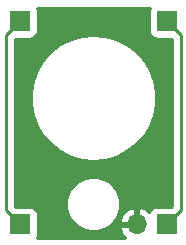
<source format=gbr>
%TF.GenerationSoftware,KiCad,Pcbnew,(5.1.6)-1*%
%TF.CreationDate,2020-07-27T22:26:38+01:00*%
%TF.ProjectId,enc-led,656e632d-6c65-4642-9e6b-696361645f70,rev?*%
%TF.SameCoordinates,Original*%
%TF.FileFunction,Copper,L2,Bot*%
%TF.FilePolarity,Positive*%
%FSLAX46Y46*%
G04 Gerber Fmt 4.6, Leading zero omitted, Abs format (unit mm)*
G04 Created by KiCad (PCBNEW (5.1.6)-1) date 2020-07-27 22:26:38*
%MOMM*%
%LPD*%
G01*
G04 APERTURE LIST*
%TA.AperFunction,ComponentPad*%
%ADD10R,1.700000X1.700000*%
%TD*%
%TA.AperFunction,ComponentPad*%
%ADD11O,1.700000X1.700000*%
%TD*%
%TA.AperFunction,Conductor*%
%ADD12C,0.250000*%
%TD*%
%TA.AperFunction,Conductor*%
%ADD13C,0.254000*%
%TD*%
G04 APERTURE END LIST*
D10*
%TO.P,J2,1*%
%TO.N,+5V*%
X21800000Y-39000000D03*
%TD*%
D11*
%TO.P,J1,2*%
%TO.N,GND*%
X31660000Y-39000000D03*
D10*
%TO.P,J1,1*%
%TO.N,+5V*%
X34200000Y-39000000D03*
%TD*%
%TO.P,J3,1*%
%TO.N,+5V*%
X34200000Y-21800000D03*
%TD*%
%TO.P,J4,1*%
%TO.N,+5V*%
X21800000Y-21800000D03*
%TD*%
D12*
%TO.N,+5V*%
X34200000Y-21840000D02*
X34240000Y-21800000D01*
X34240000Y-21800000D02*
X34240000Y-21840000D01*
X34200000Y-39000000D02*
X35400000Y-37800000D01*
X35400000Y-22960000D02*
X34240000Y-21800000D01*
X35400000Y-37800000D02*
X35400000Y-22960000D01*
X21800000Y-39000000D02*
X20600000Y-37800000D01*
X20600000Y-23000000D02*
X21800000Y-21800000D01*
X20600000Y-37800000D02*
X20600000Y-23000000D01*
%TD*%
D13*
%TO.N,GND*%
G36*
X32760498Y-20705820D02*
G01*
X32724188Y-20825518D01*
X32711928Y-20950000D01*
X32711928Y-22650000D01*
X32724188Y-22774482D01*
X32760498Y-22894180D01*
X32819463Y-23004494D01*
X32898815Y-23101185D01*
X32995506Y-23180537D01*
X33105820Y-23239502D01*
X33225518Y-23275812D01*
X33350000Y-23288072D01*
X34640001Y-23288072D01*
X34640000Y-37485198D01*
X34613270Y-37511928D01*
X33350000Y-37511928D01*
X33225518Y-37524188D01*
X33105820Y-37560498D01*
X32995506Y-37619463D01*
X32898815Y-37698815D01*
X32819463Y-37795506D01*
X32760498Y-37905820D01*
X32736034Y-37986466D01*
X32660269Y-37902412D01*
X32426920Y-37728359D01*
X32164099Y-37603175D01*
X32016890Y-37558524D01*
X31787000Y-37679845D01*
X31787000Y-38873000D01*
X31807000Y-38873000D01*
X31807000Y-39127000D01*
X31787000Y-39127000D01*
X31787000Y-39147000D01*
X31533000Y-39147000D01*
X31533000Y-39127000D01*
X30339186Y-39127000D01*
X30218519Y-39356891D01*
X30315843Y-39631252D01*
X30464822Y-39881355D01*
X30659731Y-40097588D01*
X30716592Y-40140000D01*
X23215010Y-40140000D01*
X23239502Y-40094180D01*
X23275812Y-39974482D01*
X23288072Y-39850000D01*
X23288072Y-38150000D01*
X23275812Y-38025518D01*
X23239502Y-37905820D01*
X23180537Y-37795506D01*
X23101185Y-37698815D01*
X23004494Y-37619463D01*
X22894180Y-37560498D01*
X22774482Y-37524188D01*
X22650000Y-37511928D01*
X21386729Y-37511928D01*
X21360000Y-37485199D01*
X21360000Y-37074947D01*
X25715000Y-37074947D01*
X25715000Y-37525053D01*
X25802811Y-37966510D01*
X25975059Y-38382353D01*
X26225125Y-38756603D01*
X26543397Y-39074875D01*
X26917647Y-39324941D01*
X27333490Y-39497189D01*
X27774947Y-39585000D01*
X28225053Y-39585000D01*
X28666510Y-39497189D01*
X29082353Y-39324941D01*
X29456603Y-39074875D01*
X29774875Y-38756603D01*
X29850709Y-38643109D01*
X30218519Y-38643109D01*
X30339186Y-38873000D01*
X31533000Y-38873000D01*
X31533000Y-37679845D01*
X31303110Y-37558524D01*
X31155901Y-37603175D01*
X30893080Y-37728359D01*
X30659731Y-37902412D01*
X30464822Y-38118645D01*
X30315843Y-38368748D01*
X30218519Y-38643109D01*
X29850709Y-38643109D01*
X30024941Y-38382353D01*
X30197189Y-37966510D01*
X30285000Y-37525053D01*
X30285000Y-37074947D01*
X30197189Y-36633490D01*
X30024941Y-36217647D01*
X29774875Y-35843397D01*
X29456603Y-35525125D01*
X29082353Y-35275059D01*
X28666510Y-35102811D01*
X28225053Y-35015000D01*
X27774947Y-35015000D01*
X27333490Y-35102811D01*
X26917647Y-35275059D01*
X26543397Y-35525125D01*
X26225125Y-35843397D01*
X25975059Y-36217647D01*
X25802811Y-36633490D01*
X25715000Y-37074947D01*
X21360000Y-37074947D01*
X21360000Y-27808210D01*
X22692737Y-27808210D01*
X22692737Y-28791790D01*
X22873469Y-29758624D01*
X23228780Y-30675785D01*
X23746568Y-31512043D01*
X24409202Y-32238918D01*
X25194117Y-32831657D01*
X26074582Y-33270077D01*
X27020615Y-33539247D01*
X28000000Y-33630000D01*
X28979385Y-33539247D01*
X29925418Y-33270077D01*
X30805883Y-32831657D01*
X31590798Y-32238918D01*
X32253432Y-31512043D01*
X32771220Y-30675785D01*
X33126531Y-29758624D01*
X33307263Y-28791790D01*
X33307263Y-27808210D01*
X33126531Y-26841376D01*
X32771220Y-25924215D01*
X32253432Y-25087957D01*
X31590798Y-24361082D01*
X30805883Y-23768343D01*
X29925418Y-23329923D01*
X28979385Y-23060753D01*
X28000000Y-22970000D01*
X27020615Y-23060753D01*
X26074582Y-23329923D01*
X25194117Y-23768343D01*
X24409202Y-24361082D01*
X23746568Y-25087957D01*
X23228780Y-25924215D01*
X22873469Y-26841376D01*
X22692737Y-27808210D01*
X21360000Y-27808210D01*
X21360000Y-23314801D01*
X21386729Y-23288072D01*
X22650000Y-23288072D01*
X22774482Y-23275812D01*
X22894180Y-23239502D01*
X23004494Y-23180537D01*
X23101185Y-23101185D01*
X23180537Y-23004494D01*
X23239502Y-22894180D01*
X23275812Y-22774482D01*
X23288072Y-22650000D01*
X23288072Y-20950000D01*
X23275812Y-20825518D01*
X23239502Y-20705820D01*
X23215010Y-20660000D01*
X32784990Y-20660000D01*
X32760498Y-20705820D01*
G37*
X32760498Y-20705820D02*
X32724188Y-20825518D01*
X32711928Y-20950000D01*
X32711928Y-22650000D01*
X32724188Y-22774482D01*
X32760498Y-22894180D01*
X32819463Y-23004494D01*
X32898815Y-23101185D01*
X32995506Y-23180537D01*
X33105820Y-23239502D01*
X33225518Y-23275812D01*
X33350000Y-23288072D01*
X34640001Y-23288072D01*
X34640000Y-37485198D01*
X34613270Y-37511928D01*
X33350000Y-37511928D01*
X33225518Y-37524188D01*
X33105820Y-37560498D01*
X32995506Y-37619463D01*
X32898815Y-37698815D01*
X32819463Y-37795506D01*
X32760498Y-37905820D01*
X32736034Y-37986466D01*
X32660269Y-37902412D01*
X32426920Y-37728359D01*
X32164099Y-37603175D01*
X32016890Y-37558524D01*
X31787000Y-37679845D01*
X31787000Y-38873000D01*
X31807000Y-38873000D01*
X31807000Y-39127000D01*
X31787000Y-39127000D01*
X31787000Y-39147000D01*
X31533000Y-39147000D01*
X31533000Y-39127000D01*
X30339186Y-39127000D01*
X30218519Y-39356891D01*
X30315843Y-39631252D01*
X30464822Y-39881355D01*
X30659731Y-40097588D01*
X30716592Y-40140000D01*
X23215010Y-40140000D01*
X23239502Y-40094180D01*
X23275812Y-39974482D01*
X23288072Y-39850000D01*
X23288072Y-38150000D01*
X23275812Y-38025518D01*
X23239502Y-37905820D01*
X23180537Y-37795506D01*
X23101185Y-37698815D01*
X23004494Y-37619463D01*
X22894180Y-37560498D01*
X22774482Y-37524188D01*
X22650000Y-37511928D01*
X21386729Y-37511928D01*
X21360000Y-37485199D01*
X21360000Y-37074947D01*
X25715000Y-37074947D01*
X25715000Y-37525053D01*
X25802811Y-37966510D01*
X25975059Y-38382353D01*
X26225125Y-38756603D01*
X26543397Y-39074875D01*
X26917647Y-39324941D01*
X27333490Y-39497189D01*
X27774947Y-39585000D01*
X28225053Y-39585000D01*
X28666510Y-39497189D01*
X29082353Y-39324941D01*
X29456603Y-39074875D01*
X29774875Y-38756603D01*
X29850709Y-38643109D01*
X30218519Y-38643109D01*
X30339186Y-38873000D01*
X31533000Y-38873000D01*
X31533000Y-37679845D01*
X31303110Y-37558524D01*
X31155901Y-37603175D01*
X30893080Y-37728359D01*
X30659731Y-37902412D01*
X30464822Y-38118645D01*
X30315843Y-38368748D01*
X30218519Y-38643109D01*
X29850709Y-38643109D01*
X30024941Y-38382353D01*
X30197189Y-37966510D01*
X30285000Y-37525053D01*
X30285000Y-37074947D01*
X30197189Y-36633490D01*
X30024941Y-36217647D01*
X29774875Y-35843397D01*
X29456603Y-35525125D01*
X29082353Y-35275059D01*
X28666510Y-35102811D01*
X28225053Y-35015000D01*
X27774947Y-35015000D01*
X27333490Y-35102811D01*
X26917647Y-35275059D01*
X26543397Y-35525125D01*
X26225125Y-35843397D01*
X25975059Y-36217647D01*
X25802811Y-36633490D01*
X25715000Y-37074947D01*
X21360000Y-37074947D01*
X21360000Y-27808210D01*
X22692737Y-27808210D01*
X22692737Y-28791790D01*
X22873469Y-29758624D01*
X23228780Y-30675785D01*
X23746568Y-31512043D01*
X24409202Y-32238918D01*
X25194117Y-32831657D01*
X26074582Y-33270077D01*
X27020615Y-33539247D01*
X28000000Y-33630000D01*
X28979385Y-33539247D01*
X29925418Y-33270077D01*
X30805883Y-32831657D01*
X31590798Y-32238918D01*
X32253432Y-31512043D01*
X32771220Y-30675785D01*
X33126531Y-29758624D01*
X33307263Y-28791790D01*
X33307263Y-27808210D01*
X33126531Y-26841376D01*
X32771220Y-25924215D01*
X32253432Y-25087957D01*
X31590798Y-24361082D01*
X30805883Y-23768343D01*
X29925418Y-23329923D01*
X28979385Y-23060753D01*
X28000000Y-22970000D01*
X27020615Y-23060753D01*
X26074582Y-23329923D01*
X25194117Y-23768343D01*
X24409202Y-24361082D01*
X23746568Y-25087957D01*
X23228780Y-25924215D01*
X22873469Y-26841376D01*
X22692737Y-27808210D01*
X21360000Y-27808210D01*
X21360000Y-23314801D01*
X21386729Y-23288072D01*
X22650000Y-23288072D01*
X22774482Y-23275812D01*
X22894180Y-23239502D01*
X23004494Y-23180537D01*
X23101185Y-23101185D01*
X23180537Y-23004494D01*
X23239502Y-22894180D01*
X23275812Y-22774482D01*
X23288072Y-22650000D01*
X23288072Y-20950000D01*
X23275812Y-20825518D01*
X23239502Y-20705820D01*
X23215010Y-20660000D01*
X32784990Y-20660000D01*
X32760498Y-20705820D01*
%TD*%
M02*

</source>
